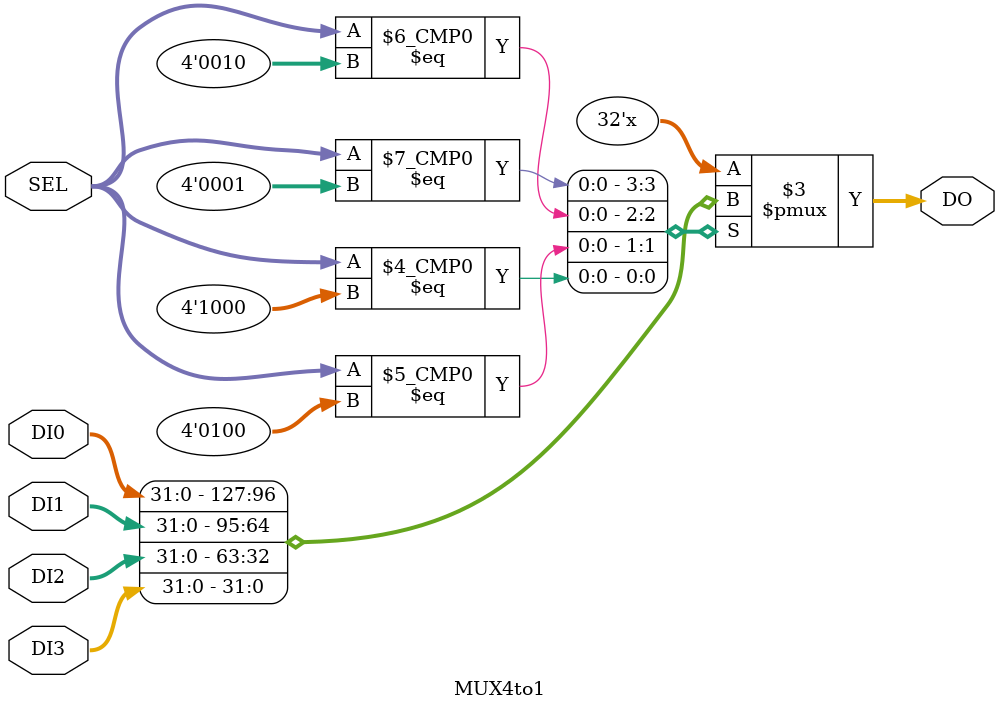
<source format=v>
module MUX4to1 #(parameter BITWIDTH = 32) (
	input wire  [BITWIDTH-1:0]	DI0,
	input wire  [BITWIDTH-1:0]	DI1,
	input wire  [BITWIDTH-1:0]	DI2,
	input wire  [BITWIDTH-1:0]	DI3,
	input wire  [3:0]		SEL,
	output reg  [BITWIDTH-1:0]	DO
);

// fill the part
//  MUX2TO1 : assign DO = ({ BITWIDTH {~SEL}} &  DI0) | ({ BITWIDTH {SEL}} & DI1);
 always @(SEL) 
  case (SEL) 
	4'b0001 : DO = DI0;
	4'b0010 : DO = DI1;
	4'b0100 : DO = DI2;
	4'b1000 : DO = DI3;
  endcase

endmodule

</source>
